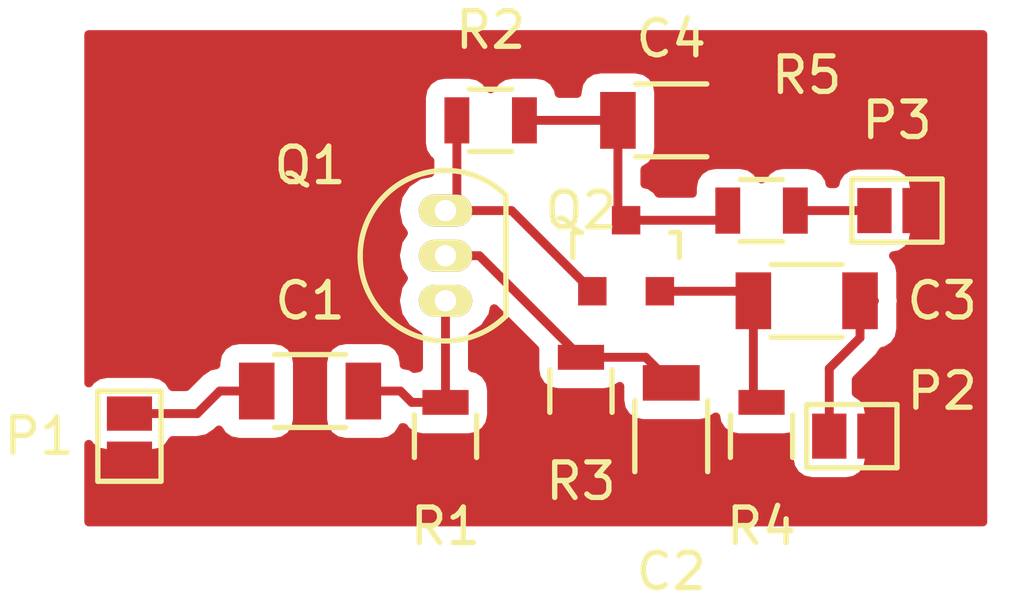
<source format=kicad_pcb>
(kicad_pcb (version 4) (host pcbnew 4.0.4-stable)

  (general
    (links 21)
    (no_connects 0)
    (area 118.20381 99.355 147.178572 116.645)
    (thickness 1.6)
    (drawings 0)
    (tracks 30)
    (zones 0)
    (modules 14)
    (nets 10)
  )

  (page A4)
  (layers
    (0 F.Cu signal)
    (31 B.Cu signal)
    (32 B.Adhes user)
    (33 F.Adhes user)
    (34 B.Paste user)
    (35 F.Paste user)
    (36 B.SilkS user)
    (37 F.SilkS user)
    (38 B.Mask user)
    (39 F.Mask user)
    (40 Dwgs.User user)
    (41 Cmts.User user)
    (42 Eco1.User user)
    (43 Eco2.User user)
    (44 Edge.Cuts user)
    (45 Margin user)
    (46 B.CrtYd user)
    (47 F.CrtYd user)
    (48 B.Fab user)
    (49 F.Fab user)
  )

  (setup
    (last_trace_width 0.25)
    (trace_clearance 0.2)
    (zone_clearance 0.508)
    (zone_45_only yes)
    (trace_min 0.2)
    (segment_width 0.2)
    (edge_width 0.15)
    (via_size 0.6)
    (via_drill 0.4)
    (via_min_size 0.4)
    (via_min_drill 0.3)
    (uvia_size 0.3)
    (uvia_drill 0.1)
    (uvias_allowed no)
    (uvia_min_size 0.2)
    (uvia_min_drill 0.1)
    (pcb_text_width 0.3)
    (pcb_text_size 1.5 1.5)
    (mod_edge_width 0.15)
    (mod_text_size 1 1)
    (mod_text_width 0.15)
    (pad_size 1.524 1.524)
    (pad_drill 0.762)
    (pad_to_mask_clearance 0.2)
    (aux_axis_origin 0 0)
    (visible_elements FFFFFF7F)
    (pcbplotparams
      (layerselection 0x00000_00000001)
      (usegerberextensions false)
      (excludeedgelayer true)
      (linewidth 0.100000)
      (plotframeref false)
      (viasonmask false)
      (mode 1)
      (useauxorigin false)
      (hpglpennumber 1)
      (hpglpenspeed 20)
      (hpglpendiameter 15)
      (hpglpenoverlay 2)
      (psnegative false)
      (psa4output false)
      (plotreference true)
      (plotvalue true)
      (plotinvisibletext false)
      (padsonsilk false)
      (subtractmaskfromsilk false)
      (outputformat 1)
      (mirror false)
      (drillshape 0)
      (scaleselection 1)
      (outputdirectory ""))
  )

  (net 0 "")
  (net 1 "Net-(C1-Pad1)")
  (net 2 "Net-(C1-Pad2)")
  (net 3 "Net-(C2-Pad1)")
  (net 4 "Net-(C2-Pad2)")
  (net 5 "Net-(C3-Pad1)")
  (net 6 "Net-(C3-Pad2)")
  (net 7 "Net-(C4-Pad1)")
  (net 8 "Net-(P3-Pad1)")
  (net 9 "Net-(Q1-Pad3)")

  (net_class Default "This is the default net class."
    (clearance 0.2)
    (trace_width 0.25)
    (via_dia 0.6)
    (via_drill 0.4)
    (uvia_dia 0.3)
    (uvia_drill 0.1)
    (add_net "Net-(C1-Pad1)")
    (add_net "Net-(C1-Pad2)")
    (add_net "Net-(C2-Pad1)")
    (add_net "Net-(C2-Pad2)")
    (add_net "Net-(C3-Pad1)")
    (add_net "Net-(C3-Pad2)")
    (add_net "Net-(C4-Pad1)")
    (add_net "Net-(P3-Pad1)")
    (add_net "Net-(Q1-Pad3)")
  )

  (module Capacitors_SMD:C_1206 (layer F.Cu) (tedit 57E1398F) (tstamp 57E11CDC)
    (at 127 110.49)
    (descr "Capacitor SMD 1206, reflow soldering, AVX (see smccp.pdf)")
    (tags "capacitor 1206")
    (path /57DFFE28)
    (attr smd)
    (fp_text reference C1 (at 0 -2.54) (layer F.SilkS)
      (effects (font (size 1 1) (thickness 0.15)))
    )
    (fp_text value "" (at 0 2.3) (layer F.Fab)
      (effects (font (size 1 1) (thickness 0.15)))
    )
    (fp_line (start -2.3 -1.15) (end 2.3 -1.15) (layer F.CrtYd) (width 0.05))
    (fp_line (start -2.3 1.15) (end 2.3 1.15) (layer F.CrtYd) (width 0.05))
    (fp_line (start -2.3 -1.15) (end -2.3 1.15) (layer F.CrtYd) (width 0.05))
    (fp_line (start 2.3 -1.15) (end 2.3 1.15) (layer F.CrtYd) (width 0.05))
    (fp_line (start 1 -1.025) (end -1 -1.025) (layer F.SilkS) (width 0.15))
    (fp_line (start -1 1.025) (end 1 1.025) (layer F.SilkS) (width 0.15))
    (pad 1 smd rect (at -1.5 0) (size 1 1.6) (layers F.Cu F.Paste F.Mask)
      (net 1 "Net-(C1-Pad1)"))
    (pad 2 smd rect (at 1.5 0) (size 1 1.6) (layers F.Cu F.Paste F.Mask)
      (net 2 "Net-(C1-Pad2)"))
    (model Capacitors_SMD.3dshapes/C_1206.wrl
      (at (xyz 0 0 0))
      (scale (xyz 1 1 1))
      (rotate (xyz 0 0 0))
    )
  )

  (module Capacitors_SMD:C_1206 (layer F.Cu) (tedit 57E13A0C) (tstamp 57E11CE8)
    (at 137.16 111.76 270)
    (descr "Capacitor SMD 1206, reflow soldering, AVX (see smccp.pdf)")
    (tags "capacitor 1206")
    (path /57E00816)
    (attr smd)
    (fp_text reference C2 (at 3.81 0 360) (layer F.SilkS)
      (effects (font (size 1 1) (thickness 0.15)))
    )
    (fp_text value ddwdad (at 0 2.3 270) (layer F.Fab) hide
      (effects (font (size 1 1) (thickness 0.15)))
    )
    (fp_line (start -2.3 -1.15) (end 2.3 -1.15) (layer F.CrtYd) (width 0.05))
    (fp_line (start -2.3 1.15) (end 2.3 1.15) (layer F.CrtYd) (width 0.05))
    (fp_line (start -2.3 -1.15) (end -2.3 1.15) (layer F.CrtYd) (width 0.05))
    (fp_line (start 2.3 -1.15) (end 2.3 1.15) (layer F.CrtYd) (width 0.05))
    (fp_line (start 1 -1.025) (end -1 -1.025) (layer F.SilkS) (width 0.15))
    (fp_line (start -1 1.025) (end 1 1.025) (layer F.SilkS) (width 0.15))
    (pad 1 smd rect (at -1.5 0 270) (size 1 1.6) (layers F.Cu F.Paste F.Mask)
      (net 3 "Net-(C2-Pad1)"))
    (pad 2 smd rect (at 1.5 0 270) (size 1 1.6) (layers F.Cu F.Paste F.Mask)
      (net 4 "Net-(C2-Pad2)"))
    (model Capacitors_SMD.3dshapes/C_1206.wrl
      (at (xyz 0 0 0))
      (scale (xyz 1 1 1))
      (rotate (xyz 0 0 0))
    )
  )

  (module Capacitors_SMD:C_1206 (layer F.Cu) (tedit 57E13D71) (tstamp 57E11CF4)
    (at 140.97 107.95 180)
    (descr "Capacitor SMD 1206, reflow soldering, AVX (see smccp.pdf)")
    (tags "capacitor 1206")
    (path /57E10204)
    (attr smd)
    (fp_text reference C3 (at -3.81 0 180) (layer F.SilkS)
      (effects (font (size 1 1) (thickness 0.15)))
    )
    (fp_text value "" (at 0 2.3 180) (layer F.Fab)
      (effects (font (size 1 1) (thickness 0.15)))
    )
    (fp_line (start -2.3 -1.15) (end 2.3 -1.15) (layer F.CrtYd) (width 0.05))
    (fp_line (start -2.3 1.15) (end 2.3 1.15) (layer F.CrtYd) (width 0.05))
    (fp_line (start -2.3 -1.15) (end -2.3 1.15) (layer F.CrtYd) (width 0.05))
    (fp_line (start 2.3 -1.15) (end 2.3 1.15) (layer F.CrtYd) (width 0.05))
    (fp_line (start 1 -1.025) (end -1 -1.025) (layer F.SilkS) (width 0.15))
    (fp_line (start -1 1.025) (end 1 1.025) (layer F.SilkS) (width 0.15))
    (pad 1 smd rect (at -1.5 0 180) (size 1 1.6) (layers F.Cu F.Paste F.Mask)
      (net 5 "Net-(C3-Pad1)"))
    (pad 2 smd rect (at 1.5 0 180) (size 1 1.6) (layers F.Cu F.Paste F.Mask)
      (net 6 "Net-(C3-Pad2)"))
    (model Capacitors_SMD.3dshapes/C_1206.wrl
      (at (xyz 0 0 0))
      (scale (xyz 1 1 1))
      (rotate (xyz 0 0 0))
    )
  )

  (module Capacitors_SMD:C_1206 (layer F.Cu) (tedit 57E139ED) (tstamp 57E11D00)
    (at 137.16 102.87)
    (descr "Capacitor SMD 1206, reflow soldering, AVX (see smccp.pdf)")
    (tags "capacitor 1206")
    (path /57E10626)
    (attr smd)
    (fp_text reference C4 (at 0 -2.3) (layer F.SilkS)
      (effects (font (size 1 1) (thickness 0.15)))
    )
    (fp_text value CP_Small (at 0 2.3) (layer F.Fab) hide
      (effects (font (size 1 1) (thickness 0.15)))
    )
    (fp_line (start -2.3 -1.15) (end 2.3 -1.15) (layer F.CrtYd) (width 0.05))
    (fp_line (start -2.3 1.15) (end 2.3 1.15) (layer F.CrtYd) (width 0.05))
    (fp_line (start -2.3 -1.15) (end -2.3 1.15) (layer F.CrtYd) (width 0.05))
    (fp_line (start 2.3 -1.15) (end 2.3 1.15) (layer F.CrtYd) (width 0.05))
    (fp_line (start 1 -1.025) (end -1 -1.025) (layer F.SilkS) (width 0.15))
    (fp_line (start -1 1.025) (end 1 1.025) (layer F.SilkS) (width 0.15))
    (pad 1 smd rect (at -1.5 0) (size 1 1.6) (layers F.Cu F.Paste F.Mask)
      (net 7 "Net-(C4-Pad1)"))
    (pad 2 smd rect (at 1.5 0) (size 1 1.6) (layers F.Cu F.Paste F.Mask)
      (net 4 "Net-(C2-Pad2)"))
    (model Capacitors_SMD.3dshapes/C_1206.wrl
      (at (xyz 0 0 0))
      (scale (xyz 1 1 1))
      (rotate (xyz 0 0 0))
    )
  )

  (module Connect:GS2 (layer F.Cu) (tedit 57E1353B) (tstamp 57E11D0A)
    (at 121.92 111.76)
    (descr "Pontet Goute de soudure")
    (path /57E0FE2E)
    (attr virtual)
    (fp_text reference P1 (at -2.54 0 180) (layer F.SilkS)
      (effects (font (size 1 1) (thickness 0.15)))
    )
    (fp_text value Input (at 0 -2.54 180) (layer F.Fab)
      (effects (font (size 1 1) (thickness 0.15)))
    )
    (fp_line (start -0.889 -1.27) (end -0.889 1.27) (layer F.SilkS) (width 0.15))
    (fp_line (start 0.889 1.27) (end 0.889 -1.27) (layer F.SilkS) (width 0.15))
    (fp_line (start 0.889 1.27) (end -0.889 1.27) (layer F.SilkS) (width 0.15))
    (fp_line (start -0.889 -1.27) (end 0.889 -1.27) (layer F.SilkS) (width 0.15))
    (pad 1 smd rect (at 0 -0.635) (size 1.27 0.9652) (layers F.Cu F.Paste F.Mask)
      (net 1 "Net-(C1-Pad1)"))
    (pad 2 smd rect (at 0 0.635) (size 1.27 0.9652) (layers F.Cu F.Paste F.Mask)
      (net 4 "Net-(C2-Pad2)"))
  )

  (module Connect:GS2 (layer F.Cu) (tedit 57E15422) (tstamp 57E11D14)
    (at 142.24 111.76 90)
    (descr "Pontet Goute de soudure")
    (path /57E0FDDE)
    (attr virtual)
    (fp_text reference P2 (at 1.27 2.54 360) (layer F.SilkS)
      (effects (font (size 1 1) (thickness 0.15)))
    )
    (fp_text value Output (at -2.54 1.27 360) (layer F.Fab)
      (effects (font (size 1 1) (thickness 0.15)))
    )
    (fp_line (start -0.889 -1.27) (end -0.889 1.27) (layer F.SilkS) (width 0.15))
    (fp_line (start 0.889 1.27) (end 0.889 -1.27) (layer F.SilkS) (width 0.15))
    (fp_line (start 0.889 1.27) (end -0.889 1.27) (layer F.SilkS) (width 0.15))
    (fp_line (start -0.889 -1.27) (end 0.889 -1.27) (layer F.SilkS) (width 0.15))
    (pad 1 smd rect (at 0 -0.635 90) (size 1.27 0.9652) (layers F.Cu F.Paste F.Mask)
      (net 5 "Net-(C3-Pad1)"))
    (pad 2 smd rect (at 0 0.635 90) (size 1.27 0.9652) (layers F.Cu F.Paste F.Mask)
      (net 4 "Net-(C2-Pad2)"))
  )

  (module Connect:GS2 (layer F.Cu) (tedit 57E15413) (tstamp 57E11D1E)
    (at 143.51 105.41 90)
    (descr "Pontet Goute de soudure")
    (path /57E0FEC0)
    (attr virtual)
    (fp_text reference P3 (at 2.54 0 360) (layer F.SilkS)
      (effects (font (size 1 1) (thickness 0.15)))
    )
    (fp_text value VC (at 0 2.54 360) (layer F.Fab)
      (effects (font (size 1 1) (thickness 0.15)))
    )
    (fp_line (start -0.889 -1.27) (end -0.889 1.27) (layer F.SilkS) (width 0.15))
    (fp_line (start 0.889 1.27) (end 0.889 -1.27) (layer F.SilkS) (width 0.15))
    (fp_line (start 0.889 1.27) (end -0.889 1.27) (layer F.SilkS) (width 0.15))
    (fp_line (start -0.889 -1.27) (end 0.889 -1.27) (layer F.SilkS) (width 0.15))
    (pad 1 smd rect (at 0 -0.635 90) (size 1.27 0.9652) (layers F.Cu F.Paste F.Mask)
      (net 8 "Net-(P3-Pad1)"))
    (pad 2 smd rect (at 0 0.635 90) (size 1.27 0.9652) (layers F.Cu F.Paste F.Mask)
      (net 4 "Net-(C2-Pad2)"))
  )

  (module TO_SOT_Packages_THT:TO-92_Inline_Narrow_Oval (layer F.Cu) (tedit 57E139E6) (tstamp 57E11D2C)
    (at 130.81 107.95 90)
    (descr "TO-92 leads in-line, narrow, oval pads, drill 0.6mm (see NXP sot054_po.pdf)")
    (tags "to-92 sc-43 sc-43a sot54 PA33 transistor")
    (path /57E0015F)
    (fp_text reference Q1 (at 3.81 -3.81 180) (layer F.SilkS)
      (effects (font (size 1 1) (thickness 0.15)))
    )
    (fp_text value BF245A (at 0 3 90) (layer F.Fab) hide
      (effects (font (size 1 1) (thickness 0.15)))
    )
    (fp_line (start -1.4 1.95) (end -1.4 -2.65) (layer F.CrtYd) (width 0.05))
    (fp_line (start -1.4 1.95) (end 3.95 1.95) (layer F.CrtYd) (width 0.05))
    (fp_line (start -0.43 1.7) (end 2.97 1.7) (layer F.SilkS) (width 0.15))
    (fp_arc (start 1.27 0) (end 1.27 -2.4) (angle -135) (layer F.SilkS) (width 0.15))
    (fp_arc (start 1.27 0) (end 1.27 -2.4) (angle 135) (layer F.SilkS) (width 0.15))
    (fp_line (start -1.4 -2.65) (end 3.95 -2.65) (layer F.CrtYd) (width 0.05))
    (fp_line (start 3.95 1.95) (end 3.95 -2.65) (layer F.CrtYd) (width 0.05))
    (pad 2 thru_hole oval (at 1.27 0 270) (size 0.89916 1.50114) (drill 0.6) (layers *.Cu *.Mask F.SilkS)
      (net 3 "Net-(C2-Pad1)"))
    (pad 3 thru_hole oval (at 2.54 0 270) (size 0.89916 1.50114) (drill 0.6) (layers *.Cu *.Mask F.SilkS)
      (net 9 "Net-(Q1-Pad3)"))
    (pad 1 thru_hole oval (at 0 0 270) (size 0.89916 1.50114) (drill 0.6) (layers *.Cu *.Mask F.SilkS)
      (net 2 "Net-(C1-Pad2)"))
    (model TO_SOT_Packages_THT.3dshapes/TO-92_Inline_Narrow_Oval.wrl
      (at (xyz 0.05 0 0))
      (scale (xyz 1 1 1))
      (rotate (xyz 0 0 -90))
    )
  )

  (module SOT-23 (layer F.Cu) (tedit 57E13A3F) (tstamp 57E11D3C)
    (at 135.89 106.68)
    (descr "SOT-23, Standard")
    (tags SOT-23)
    (path /57E0034D)
    (attr smd)
    (fp_text reference Q2 (at -1.27 -1.27) (layer F.SilkS)
      (effects (font (size 1 1) (thickness 0.15)))
    )
    (fp_text value BC817-25 (at 0 2.3) (layer F.Fab) hide
      (effects (font (size 1 1) (thickness 0.15)))
    )
    (fp_line (start -1.65 -1.6) (end 1.65 -1.6) (layer F.CrtYd) (width 0.05))
    (fp_line (start 1.65 -1.6) (end 1.65 1.6) (layer F.CrtYd) (width 0.05))
    (fp_line (start 1.65 1.6) (end -1.65 1.6) (layer F.CrtYd) (width 0.05))
    (fp_line (start -1.65 1.6) (end -1.65 -1.6) (layer F.CrtYd) (width 0.05))
    (fp_line (start 1.29916 -0.65024) (end 1.2509 -0.65024) (layer F.SilkS) (width 0.15))
    (fp_line (start -1.49982 0.0508) (end -1.49982 -0.65024) (layer F.SilkS) (width 0.15))
    (fp_line (start -1.49982 -0.65024) (end -1.2509 -0.65024) (layer F.SilkS) (width 0.15))
    (fp_line (start 1.29916 -0.65024) (end 1.49982 -0.65024) (layer F.SilkS) (width 0.15))
    (fp_line (start 1.49982 -0.65024) (end 1.49982 0.0508) (layer F.SilkS) (width 0.15))
    (pad 1 smd rect (at -0.95 1.00076) (size 0.8001 0.8001) (layers F.Cu F.Paste F.Mask)
      (net 9 "Net-(Q1-Pad3)"))
    (pad 2 smd rect (at 0.95 1.00076) (size 0.8001 0.8001) (layers F.Cu F.Paste F.Mask)
      (net 6 "Net-(C3-Pad2)"))
    (pad 3 smd rect (at 0 -0.99822) (size 0.8001 0.8001) (layers F.Cu F.Paste F.Mask)
      (net 7 "Net-(C4-Pad1)"))
    (model TO_SOT_Packages_SMD.3dshapes/SOT-23.wrl
      (at (xyz 0 0 0))
      (scale (xyz 1 1 1))
      (rotate (xyz 0 0 0))
    )
  )

  (module Resistors_SMD:R_0805 (layer F.Cu) (tedit 57E139FE) (tstamp 57E11D48)
    (at 130.81 111.76 270)
    (descr "Resistor SMD 0805, reflow soldering, Vishay (see dcrcw.pdf)")
    (tags "resistor 0805")
    (path /57E00205)
    (attr smd)
    (fp_text reference R1 (at 2.54 0 360) (layer F.SilkS)
      (effects (font (size 1 1) (thickness 0.15)))
    )
    (fp_text value "" (at 0 2.1 270) (layer F.Fab)
      (effects (font (size 1 1) (thickness 0.15)))
    )
    (fp_line (start -1.6 -1) (end 1.6 -1) (layer F.CrtYd) (width 0.05))
    (fp_line (start -1.6 1) (end 1.6 1) (layer F.CrtYd) (width 0.05))
    (fp_line (start -1.6 -1) (end -1.6 1) (layer F.CrtYd) (width 0.05))
    (fp_line (start 1.6 -1) (end 1.6 1) (layer F.CrtYd) (width 0.05))
    (fp_line (start 0.6 0.875) (end -0.6 0.875) (layer F.SilkS) (width 0.15))
    (fp_line (start -0.6 -0.875) (end 0.6 -0.875) (layer F.SilkS) (width 0.15))
    (pad 1 smd rect (at -0.95 0 270) (size 0.7 1.3) (layers F.Cu F.Paste F.Mask)
      (net 2 "Net-(C1-Pad2)"))
    (pad 2 smd rect (at 0.95 0 270) (size 0.7 1.3) (layers F.Cu F.Paste F.Mask)
      (net 4 "Net-(C2-Pad2)"))
    (model Resistors_SMD.3dshapes/R_0805.wrl
      (at (xyz 0 0 0))
      (scale (xyz 1 1 1))
      (rotate (xyz 0 0 0))
    )
  )

  (module Resistors_SMD:R_0805 (layer F.Cu) (tedit 57E139F4) (tstamp 57E11D54)
    (at 132.08 102.87 180)
    (descr "Resistor SMD 0805, reflow soldering, Vishay (see dcrcw.pdf)")
    (tags "resistor 0805")
    (path /57E001CF)
    (attr smd)
    (fp_text reference R2 (at 0 2.54 180) (layer F.SilkS)
      (effects (font (size 1 1) (thickness 0.15)))
    )
    (fp_text value "" (at 0 2.1 180) (layer F.Fab)
      (effects (font (size 1 1) (thickness 0.15)))
    )
    (fp_line (start -1.6 -1) (end 1.6 -1) (layer F.CrtYd) (width 0.05))
    (fp_line (start -1.6 1) (end 1.6 1) (layer F.CrtYd) (width 0.05))
    (fp_line (start -1.6 -1) (end -1.6 1) (layer F.CrtYd) (width 0.05))
    (fp_line (start 1.6 -1) (end 1.6 1) (layer F.CrtYd) (width 0.05))
    (fp_line (start 0.6 0.875) (end -0.6 0.875) (layer F.SilkS) (width 0.15))
    (fp_line (start -0.6 -0.875) (end 0.6 -0.875) (layer F.SilkS) (width 0.15))
    (pad 1 smd rect (at -0.95 0 180) (size 0.7 1.3) (layers F.Cu F.Paste F.Mask)
      (net 7 "Net-(C4-Pad1)"))
    (pad 2 smd rect (at 0.95 0 180) (size 0.7 1.3) (layers F.Cu F.Paste F.Mask)
      (net 9 "Net-(Q1-Pad3)"))
    (model Resistors_SMD.3dshapes/R_0805.wrl
      (at (xyz 0 0 0))
      (scale (xyz 1 1 1))
      (rotate (xyz 0 0 0))
    )
  )

  (module Resistors_SMD:R_0805 (layer F.Cu) (tedit 57E13A06) (tstamp 57E11D60)
    (at 134.62 110.49 270)
    (descr "Resistor SMD 0805, reflow soldering, Vishay (see dcrcw.pdf)")
    (tags "resistor 0805")
    (path /57E00194)
    (attr smd)
    (fp_text reference R3 (at 2.54 0 360) (layer F.SilkS)
      (effects (font (size 1 1) (thickness 0.15)))
    )
    (fp_text value R_Small (at 0 2.1 270) (layer F.Fab) hide
      (effects (font (size 1 1) (thickness 0.15)))
    )
    (fp_line (start -1.6 -1) (end 1.6 -1) (layer F.CrtYd) (width 0.05))
    (fp_line (start -1.6 1) (end 1.6 1) (layer F.CrtYd) (width 0.05))
    (fp_line (start -1.6 -1) (end -1.6 1) (layer F.CrtYd) (width 0.05))
    (fp_line (start 1.6 -1) (end 1.6 1) (layer F.CrtYd) (width 0.05))
    (fp_line (start 0.6 0.875) (end -0.6 0.875) (layer F.SilkS) (width 0.15))
    (fp_line (start -0.6 -0.875) (end 0.6 -0.875) (layer F.SilkS) (width 0.15))
    (pad 1 smd rect (at -0.95 0 270) (size 0.7 1.3) (layers F.Cu F.Paste F.Mask)
      (net 3 "Net-(C2-Pad1)"))
    (pad 2 smd rect (at 0.95 0 270) (size 0.7 1.3) (layers F.Cu F.Paste F.Mask)
      (net 4 "Net-(C2-Pad2)"))
    (model Resistors_SMD.3dshapes/R_0805.wrl
      (at (xyz 0 0 0))
      (scale (xyz 1 1 1))
      (rotate (xyz 0 0 0))
    )
  )

  (module Resistors_SMD:R_0805 (layer F.Cu) (tedit 57E13A35) (tstamp 57E11D6C)
    (at 139.7 111.76 270)
    (descr "Resistor SMD 0805, reflow soldering, Vishay (see dcrcw.pdf)")
    (tags "resistor 0805")
    (path /57E10137)
    (attr smd)
    (fp_text reference R4 (at 2.54 0 360) (layer F.SilkS)
      (effects (font (size 1 1) (thickness 0.15)))
    )
    (fp_text value R_Small (at 0 2.1 270) (layer F.Fab) hide
      (effects (font (size 1 1) (thickness 0.15)))
    )
    (fp_line (start -1.6 -1) (end 1.6 -1) (layer F.CrtYd) (width 0.05))
    (fp_line (start -1.6 1) (end 1.6 1) (layer F.CrtYd) (width 0.05))
    (fp_line (start -1.6 -1) (end -1.6 1) (layer F.CrtYd) (width 0.05))
    (fp_line (start 1.6 -1) (end 1.6 1) (layer F.CrtYd) (width 0.05))
    (fp_line (start 0.6 0.875) (end -0.6 0.875) (layer F.SilkS) (width 0.15))
    (fp_line (start -0.6 -0.875) (end 0.6 -0.875) (layer F.SilkS) (width 0.15))
    (pad 1 smd rect (at -0.95 0 270) (size 0.7 1.3) (layers F.Cu F.Paste F.Mask)
      (net 6 "Net-(C3-Pad2)"))
    (pad 2 smd rect (at 0.95 0 270) (size 0.7 1.3) (layers F.Cu F.Paste F.Mask)
      (net 4 "Net-(C2-Pad2)"))
    (model Resistors_SMD.3dshapes/R_0805.wrl
      (at (xyz 0 0 0))
      (scale (xyz 1 1 1))
      (rotate (xyz 0 0 0))
    )
  )

  (module Resistors_SMD:R_0805 (layer F.Cu) (tedit 57E13A1F) (tstamp 57E11D78)
    (at 139.7 105.41 180)
    (descr "Resistor SMD 0805, reflow soldering, Vishay (see dcrcw.pdf)")
    (tags "resistor 0805")
    (path /57E108E4)
    (attr smd)
    (fp_text reference R5 (at -1.27 3.81 180) (layer F.SilkS)
      (effects (font (size 1 1) (thickness 0.15)))
    )
    (fp_text value "" (at 0 2.1 180) (layer F.Fab)
      (effects (font (size 1 1) (thickness 0.15)))
    )
    (fp_line (start -1.6 -1) (end 1.6 -1) (layer F.CrtYd) (width 0.05))
    (fp_line (start -1.6 1) (end 1.6 1) (layer F.CrtYd) (width 0.05))
    (fp_line (start -1.6 -1) (end -1.6 1) (layer F.CrtYd) (width 0.05))
    (fp_line (start 1.6 -1) (end 1.6 1) (layer F.CrtYd) (width 0.05))
    (fp_line (start 0.6 0.875) (end -0.6 0.875) (layer F.SilkS) (width 0.15))
    (fp_line (start -0.6 -0.875) (end 0.6 -0.875) (layer F.SilkS) (width 0.15))
    (pad 1 smd rect (at -0.95 0 180) (size 0.7 1.3) (layers F.Cu F.Paste F.Mask)
      (net 8 "Net-(P3-Pad1)"))
    (pad 2 smd rect (at 0.95 0 180) (size 0.7 1.3) (layers F.Cu F.Paste F.Mask)
      (net 7 "Net-(C4-Pad1)"))
    (model Resistors_SMD.3dshapes/R_0805.wrl
      (at (xyz 0 0 0))
      (scale (xyz 1 1 1))
      (rotate (xyz 0 0 0))
    )
  )

  (segment (start 121.92 111.125) (end 123.825 111.125) (width 0.25) (layer F.Cu) (net 1))
  (segment (start 123.825 111.125) (end 124.46 110.49) (width 0.25) (layer F.Cu) (net 1) (tstamp 57E14617))
  (segment (start 124.46 110.49) (end 125.5 110.49) (width 0.25) (layer F.Cu) (net 1) (tstamp 57E14619))
  (segment (start 128.5 110.49) (end 129.54 110.49) (width 0.25) (layer F.Cu) (net 2))
  (segment (start 129.54 110.49) (end 129.86 110.81) (width 0.25) (layer F.Cu) (net 2) (tstamp 57E145E0))
  (segment (start 129.86 110.81) (end 130.81 110.81) (width 0.25) (layer F.Cu) (net 2) (tstamp 57E145E4))
  (segment (start 130.81 110.81) (end 130.81 107.95) (width 0.25) (layer F.Cu) (net 2))
  (segment (start 130.81 106.68) (end 131.76 106.68) (width 0.25) (layer F.Cu) (net 3))
  (segment (start 131.76 106.68) (end 134.62 109.54) (width 0.25) (layer F.Cu) (net 3) (tstamp 57E13ABC))
  (segment (start 134.62 109.54) (end 136.44 109.54) (width 0.25) (layer F.Cu) (net 3))
  (segment (start 136.44 109.54) (end 137.16 110.26) (width 0.25) (layer F.Cu) (net 3) (tstamp 57E135F1))
  (segment (start 142.875 112.395) (end 142.875 111.76) (width 0.25) (layer F.Cu) (net 4) (tstamp 57E13CBD))
  (segment (start 141.605 111.76) (end 141.605 109.855) (width 0.25) (layer F.Cu) (net 5))
  (segment (start 141.605 109.855) (end 142.47 108.99) (width 0.25) (layer F.Cu) (net 5) (tstamp 57E13CCC))
  (segment (start 142.47 108.99) (end 142.47 107.95) (width 0.25) (layer F.Cu) (net 5) (tstamp 57E13CCE))
  (segment (start 142.47 107.95) (end 142.875 107.95) (width 0.25) (layer F.Cu) (net 5))
  (segment (start 139.47 107.95) (end 139.47 110.58) (width 0.25) (layer F.Cu) (net 6))
  (segment (start 139.47 110.58) (end 139.7 110.81) (width 0.25) (layer F.Cu) (net 6) (tstamp 57E13BE9))
  (segment (start 136.84 107.68076) (end 139.20076 107.68076) (width 0.25) (layer F.Cu) (net 6))
  (segment (start 135.89 105.68178) (end 138.47822 105.68178) (width 0.25) (layer F.Cu) (net 7))
  (segment (start 138.47822 105.68178) (end 138.75 105.41) (width 0.25) (layer F.Cu) (net 7) (tstamp 57E135A8))
  (segment (start 135.66 102.87) (end 135.66 105.45178) (width 0.25) (layer F.Cu) (net 7))
  (segment (start 135.66 105.45178) (end 135.89 105.68178) (width 0.25) (layer F.Cu) (net 7) (tstamp 57E1359F))
  (segment (start 133.03 102.87) (end 135.66 102.87) (width 0.25) (layer F.Cu) (net 7))
  (segment (start 140.65 105.41) (end 142.875 105.41) (width 0.25) (layer F.Cu) (net 8))
  (segment (start 130.81 105.41) (end 132.66924 105.41) (width 0.25) (layer F.Cu) (net 9))
  (segment (start 132.66924 105.41) (end 134.94 107.68076) (width 0.25) (layer F.Cu) (net 9) (tstamp 57E13596))
  (segment (start 131.13 102.87) (end 131.13 105.09) (width 0.25) (layer F.Cu) (net 9))
  (segment (start 131.13 105.09) (end 130.81 105.41) (width 0.25) (layer F.Cu) (net 9) (tstamp 57E1358F))
  (segment (start 131.13 105.09) (end 130.81 105.41) (width 0.25) (layer F.Cu) (net 9) (tstamp 57E130A9))

  (zone (net 4) (net_name "Net-(C2-Pad2)") (layer F.Cu) (tstamp 57E15373) (hatch edge 0.508)
    (connect_pads yes (clearance 0.508))
    (min_thickness 0.254)
    (fill yes (arc_segments 16) (thermal_gap 0.508) (thermal_bridge_width 0.508))
    (polygon
      (pts
        (xy 146.05 114.3) (xy 120.65 114.3) (xy 120.65 100.33) (xy 146.05 100.33)
      )
    )
    (filled_polygon
      (pts
        (xy 145.923 114.173) (xy 120.777 114.173) (xy 120.777 111.990803) (xy 120.82091 112.059041) (xy 121.03311 112.204031)
        (xy 121.285 112.25504) (xy 122.555 112.25504) (xy 122.790317 112.210762) (xy 123.006441 112.07169) (xy 123.134001 111.885)
        (xy 123.825 111.885) (xy 124.115839 111.827148) (xy 124.362401 111.662401) (xy 124.437028 111.587774) (xy 124.53591 111.741441)
        (xy 124.74811 111.886431) (xy 125 111.93744) (xy 126 111.93744) (xy 126.235317 111.893162) (xy 126.451441 111.75409)
        (xy 126.596431 111.54189) (xy 126.64744 111.29) (xy 126.64744 109.69) (xy 127.35256 109.69) (xy 127.35256 111.29)
        (xy 127.396838 111.525317) (xy 127.53591 111.741441) (xy 127.74811 111.886431) (xy 128 111.93744) (xy 129 111.93744)
        (xy 129.235317 111.893162) (xy 129.451441 111.75409) (xy 129.596431 111.54189) (xy 129.601165 111.518514) (xy 129.641243 111.526486)
        (xy 129.69591 111.611441) (xy 129.90811 111.756431) (xy 130.16 111.80744) (xy 131.46 111.80744) (xy 131.695317 111.763162)
        (xy 131.911441 111.62409) (xy 132.056431 111.41189) (xy 132.10744 111.16) (xy 132.10744 110.46) (xy 132.063162 110.224683)
        (xy 131.92409 110.008559) (xy 131.71189 109.863569) (xy 131.57 109.834836) (xy 131.57 108.940786) (xy 131.905049 108.716914)
        (xy 132.140156 108.365051) (xy 132.178331 108.173133) (xy 133.32256 109.317362) (xy 133.32256 109.89) (xy 133.366838 110.125317)
        (xy 133.50591 110.341441) (xy 133.71811 110.486431) (xy 133.97 110.53744) (xy 135.27 110.53744) (xy 135.505317 110.493162)
        (xy 135.71256 110.359805) (xy 135.71256 110.76) (xy 135.756838 110.995317) (xy 135.89591 111.211441) (xy 136.10811 111.356431)
        (xy 136.36 111.40744) (xy 137.96 111.40744) (xy 138.195317 111.363162) (xy 138.411441 111.22409) (xy 138.413933 111.220443)
        (xy 138.446838 111.395317) (xy 138.58591 111.611441) (xy 138.79811 111.756431) (xy 139.05 111.80744) (xy 140.35 111.80744)
        (xy 140.47496 111.783927) (xy 140.47496 112.395) (xy 140.519238 112.630317) (xy 140.65831 112.846441) (xy 140.87051 112.991431)
        (xy 141.1224 113.04244) (xy 142.0876 113.04244) (xy 142.322917 112.998162) (xy 142.539041 112.85909) (xy 142.684031 112.64689)
        (xy 142.73504 112.395) (xy 142.73504 111.125) (xy 142.690762 110.889683) (xy 142.55169 110.673559) (xy 142.365 110.545999)
        (xy 142.365 110.169802) (xy 143.007401 109.527401) (xy 143.112104 109.370701) (xy 143.205317 109.353162) (xy 143.421441 109.21409)
        (xy 143.566431 109.00189) (xy 143.61744 108.75) (xy 143.61744 108.038279) (xy 143.635 107.95) (xy 143.61744 107.861721)
        (xy 143.61744 107.15) (xy 143.573162 106.914683) (xy 143.43409 106.698559) (xy 143.410552 106.682476) (xy 143.592917 106.648162)
        (xy 143.809041 106.50909) (xy 143.954031 106.29689) (xy 144.00504 106.045) (xy 144.00504 104.775) (xy 143.960762 104.539683)
        (xy 143.82169 104.323559) (xy 143.60949 104.178569) (xy 143.3576 104.12756) (xy 142.3924 104.12756) (xy 142.157083 104.171838)
        (xy 141.940959 104.31091) (xy 141.795969 104.52311) (xy 141.770273 104.65) (xy 141.626742 104.65) (xy 141.603162 104.524683)
        (xy 141.46409 104.308559) (xy 141.25189 104.163569) (xy 141 104.11256) (xy 140.3 104.11256) (xy 140.064683 104.156838)
        (xy 139.848559 104.29591) (xy 139.703569 104.50811) (xy 139.700919 104.521197) (xy 139.56409 104.308559) (xy 139.35189 104.163569)
        (xy 139.1 104.11256) (xy 138.4 104.11256) (xy 138.164683 104.156838) (xy 137.948559 104.29591) (xy 137.803569 104.50811)
        (xy 137.75256 104.76) (xy 137.75256 104.92178) (xy 136.813013 104.92178) (xy 136.75414 104.830289) (xy 136.54194 104.685299)
        (xy 136.42 104.660606) (xy 136.42 104.257279) (xy 136.611441 104.13409) (xy 136.756431 103.92189) (xy 136.80744 103.67)
        (xy 136.80744 102.07) (xy 136.763162 101.834683) (xy 136.62409 101.618559) (xy 136.41189 101.473569) (xy 136.16 101.42256)
        (xy 135.16 101.42256) (xy 134.924683 101.466838) (xy 134.708559 101.60591) (xy 134.563569 101.81811) (xy 134.51256 102.07)
        (xy 134.51256 102.11) (xy 134.006742 102.11) (xy 133.983162 101.984683) (xy 133.84409 101.768559) (xy 133.63189 101.623569)
        (xy 133.38 101.57256) (xy 132.68 101.57256) (xy 132.444683 101.616838) (xy 132.228559 101.75591) (xy 132.083569 101.96811)
        (xy 132.080919 101.981197) (xy 131.94409 101.768559) (xy 131.73189 101.623569) (xy 131.48 101.57256) (xy 130.78 101.57256)
        (xy 130.544683 101.616838) (xy 130.328559 101.75591) (xy 130.183569 101.96811) (xy 130.13256 102.22) (xy 130.13256 103.52)
        (xy 130.176838 103.755317) (xy 130.31591 103.971441) (xy 130.37 104.008399) (xy 130.37 104.347671) (xy 130.066814 104.407979)
        (xy 129.714951 104.643086) (xy 129.479844 104.994949) (xy 129.397285 105.41) (xy 129.479844 105.825051) (xy 129.626809 106.045)
        (xy 129.479844 106.264949) (xy 129.397285 106.68) (xy 129.479844 107.095051) (xy 129.626809 107.315) (xy 129.479844 107.534949)
        (xy 129.397285 107.95) (xy 129.479844 108.365051) (xy 129.714951 108.716914) (xy 130.05 108.940786) (xy 130.05 109.833258)
        (xy 129.932018 109.855458) (xy 129.830839 109.787852) (xy 129.64744 109.751371) (xy 129.64744 109.69) (xy 129.603162 109.454683)
        (xy 129.46409 109.238559) (xy 129.25189 109.093569) (xy 129 109.04256) (xy 128 109.04256) (xy 127.764683 109.086838)
        (xy 127.548559 109.22591) (xy 127.403569 109.43811) (xy 127.35256 109.69) (xy 126.64744 109.69) (xy 126.603162 109.454683)
        (xy 126.46409 109.238559) (xy 126.25189 109.093569) (xy 126 109.04256) (xy 125 109.04256) (xy 124.764683 109.086838)
        (xy 124.548559 109.22591) (xy 124.403569 109.43811) (xy 124.35256 109.69) (xy 124.35256 109.751371) (xy 124.169161 109.787852)
        (xy 123.922599 109.952599) (xy 123.510198 110.365) (xy 123.131082 110.365) (xy 123.01909 110.190959) (xy 122.80689 110.045969)
        (xy 122.555 109.99496) (xy 121.285 109.99496) (xy 121.049683 110.039238) (xy 120.833559 110.17831) (xy 120.777 110.261087)
        (xy 120.777 100.457) (xy 145.923 100.457)
      )
    )
  )
)

</source>
